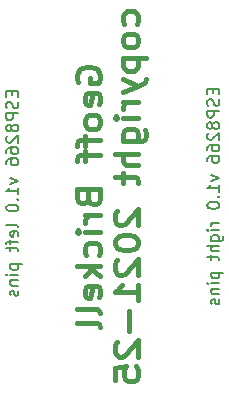
<source format=gbo>
G04 #@! TF.GenerationSoftware,KiCad,Pcbnew,8.0.8*
G04 #@! TF.CreationDate,2025-03-21T10:39:09+00:00*
G04 #@! TF.ProjectId,ESP8266adapt_PCB01,45535038-3236-4366-9164-6170745f5043,rev?*
G04 #@! TF.SameCoordinates,Original*
G04 #@! TF.FileFunction,Legend,Bot*
G04 #@! TF.FilePolarity,Positive*
%FSLAX46Y46*%
G04 Gerber Fmt 4.6, Leading zero omitted, Abs format (unit mm)*
G04 Created by KiCad (PCBNEW 8.0.8) date 2025-03-21 10:39:09*
%MOMM*%
%LPD*%
G01*
G04 APERTURE LIST*
%ADD10C,0.400000*%
%ADD11C,0.150000*%
%ADD12O,1.700000X1.700000*%
%ADD13R,1.700000X1.700000*%
G04 APERTURE END LIST*
D10*
X57841732Y-101815524D02*
X57746494Y-101606000D01*
X57746494Y-101606000D02*
X57746494Y-101291714D01*
X57746494Y-101291714D02*
X57841732Y-100977429D01*
X57841732Y-100977429D02*
X58032208Y-100767905D01*
X58032208Y-100767905D02*
X58222684Y-100663143D01*
X58222684Y-100663143D02*
X58603636Y-100558381D01*
X58603636Y-100558381D02*
X58889351Y-100558381D01*
X58889351Y-100558381D02*
X59270303Y-100663143D01*
X59270303Y-100663143D02*
X59460779Y-100767905D01*
X59460779Y-100767905D02*
X59651256Y-100977429D01*
X59651256Y-100977429D02*
X59746494Y-101291714D01*
X59746494Y-101291714D02*
X59746494Y-101501238D01*
X59746494Y-101501238D02*
X59651256Y-101815524D01*
X59651256Y-101815524D02*
X59556017Y-101920286D01*
X59556017Y-101920286D02*
X58889351Y-101920286D01*
X58889351Y-101920286D02*
X58889351Y-101501238D01*
X59651256Y-103701238D02*
X59746494Y-103491714D01*
X59746494Y-103491714D02*
X59746494Y-103072667D01*
X59746494Y-103072667D02*
X59651256Y-102863143D01*
X59651256Y-102863143D02*
X59460779Y-102758381D01*
X59460779Y-102758381D02*
X58698875Y-102758381D01*
X58698875Y-102758381D02*
X58508398Y-102863143D01*
X58508398Y-102863143D02*
X58413160Y-103072667D01*
X58413160Y-103072667D02*
X58413160Y-103491714D01*
X58413160Y-103491714D02*
X58508398Y-103701238D01*
X58508398Y-103701238D02*
X58698875Y-103806000D01*
X58698875Y-103806000D02*
X58889351Y-103806000D01*
X58889351Y-103806000D02*
X59079827Y-102758381D01*
X59746494Y-105063143D02*
X59651256Y-104853619D01*
X59651256Y-104853619D02*
X59556017Y-104748857D01*
X59556017Y-104748857D02*
X59365541Y-104644095D01*
X59365541Y-104644095D02*
X58794113Y-104644095D01*
X58794113Y-104644095D02*
X58603636Y-104748857D01*
X58603636Y-104748857D02*
X58508398Y-104853619D01*
X58508398Y-104853619D02*
X58413160Y-105063143D01*
X58413160Y-105063143D02*
X58413160Y-105377428D01*
X58413160Y-105377428D02*
X58508398Y-105586952D01*
X58508398Y-105586952D02*
X58603636Y-105691714D01*
X58603636Y-105691714D02*
X58794113Y-105796476D01*
X58794113Y-105796476D02*
X59365541Y-105796476D01*
X59365541Y-105796476D02*
X59556017Y-105691714D01*
X59556017Y-105691714D02*
X59651256Y-105586952D01*
X59651256Y-105586952D02*
X59746494Y-105377428D01*
X59746494Y-105377428D02*
X59746494Y-105063143D01*
X58413160Y-106425047D02*
X58413160Y-107263143D01*
X59746494Y-106739333D02*
X58032208Y-106739333D01*
X58032208Y-106739333D02*
X57841732Y-106844095D01*
X57841732Y-106844095D02*
X57746494Y-107053619D01*
X57746494Y-107053619D02*
X57746494Y-107263143D01*
X58413160Y-107682190D02*
X58413160Y-108520286D01*
X59746494Y-107996476D02*
X58032208Y-107996476D01*
X58032208Y-107996476D02*
X57841732Y-108101238D01*
X57841732Y-108101238D02*
X57746494Y-108310762D01*
X57746494Y-108310762D02*
X57746494Y-108520286D01*
X58698875Y-111663142D02*
X58794113Y-111977428D01*
X58794113Y-111977428D02*
X58889351Y-112082190D01*
X58889351Y-112082190D02*
X59079827Y-112186952D01*
X59079827Y-112186952D02*
X59365541Y-112186952D01*
X59365541Y-112186952D02*
X59556017Y-112082190D01*
X59556017Y-112082190D02*
X59651256Y-111977428D01*
X59651256Y-111977428D02*
X59746494Y-111767904D01*
X59746494Y-111767904D02*
X59746494Y-110929809D01*
X59746494Y-110929809D02*
X57746494Y-110929809D01*
X57746494Y-110929809D02*
X57746494Y-111663142D01*
X57746494Y-111663142D02*
X57841732Y-111872666D01*
X57841732Y-111872666D02*
X57936970Y-111977428D01*
X57936970Y-111977428D02*
X58127446Y-112082190D01*
X58127446Y-112082190D02*
X58317922Y-112082190D01*
X58317922Y-112082190D02*
X58508398Y-111977428D01*
X58508398Y-111977428D02*
X58603636Y-111872666D01*
X58603636Y-111872666D02*
X58698875Y-111663142D01*
X58698875Y-111663142D02*
X58698875Y-110929809D01*
X59746494Y-113129809D02*
X58413160Y-113129809D01*
X58794113Y-113129809D02*
X58603636Y-113234571D01*
X58603636Y-113234571D02*
X58508398Y-113339333D01*
X58508398Y-113339333D02*
X58413160Y-113548857D01*
X58413160Y-113548857D02*
X58413160Y-113758380D01*
X59746494Y-114491714D02*
X58413160Y-114491714D01*
X57746494Y-114491714D02*
X57841732Y-114386952D01*
X57841732Y-114386952D02*
X57936970Y-114491714D01*
X57936970Y-114491714D02*
X57841732Y-114596476D01*
X57841732Y-114596476D02*
X57746494Y-114491714D01*
X57746494Y-114491714D02*
X57936970Y-114491714D01*
X59651256Y-116482190D02*
X59746494Y-116272666D01*
X59746494Y-116272666D02*
X59746494Y-115853619D01*
X59746494Y-115853619D02*
X59651256Y-115644095D01*
X59651256Y-115644095D02*
X59556017Y-115539333D01*
X59556017Y-115539333D02*
X59365541Y-115434571D01*
X59365541Y-115434571D02*
X58794113Y-115434571D01*
X58794113Y-115434571D02*
X58603636Y-115539333D01*
X58603636Y-115539333D02*
X58508398Y-115644095D01*
X58508398Y-115644095D02*
X58413160Y-115853619D01*
X58413160Y-115853619D02*
X58413160Y-116272666D01*
X58413160Y-116272666D02*
X58508398Y-116482190D01*
X59746494Y-117425047D02*
X57746494Y-117425047D01*
X58984589Y-117634571D02*
X59746494Y-118263142D01*
X58413160Y-118263142D02*
X59175065Y-117425047D01*
X59651256Y-120044094D02*
X59746494Y-119834570D01*
X59746494Y-119834570D02*
X59746494Y-119415523D01*
X59746494Y-119415523D02*
X59651256Y-119205999D01*
X59651256Y-119205999D02*
X59460779Y-119101237D01*
X59460779Y-119101237D02*
X58698875Y-119101237D01*
X58698875Y-119101237D02*
X58508398Y-119205999D01*
X58508398Y-119205999D02*
X58413160Y-119415523D01*
X58413160Y-119415523D02*
X58413160Y-119834570D01*
X58413160Y-119834570D02*
X58508398Y-120044094D01*
X58508398Y-120044094D02*
X58698875Y-120148856D01*
X58698875Y-120148856D02*
X58889351Y-120148856D01*
X58889351Y-120148856D02*
X59079827Y-119101237D01*
X59746494Y-121405999D02*
X59651256Y-121196475D01*
X59651256Y-121196475D02*
X59460779Y-121091713D01*
X59460779Y-121091713D02*
X57746494Y-121091713D01*
X59746494Y-122558380D02*
X59651256Y-122348856D01*
X59651256Y-122348856D02*
X59460779Y-122244094D01*
X59460779Y-122244094D02*
X57746494Y-122244094D01*
X62871144Y-96891715D02*
X62966382Y-96682191D01*
X62966382Y-96682191D02*
X62966382Y-96263144D01*
X62966382Y-96263144D02*
X62871144Y-96053620D01*
X62871144Y-96053620D02*
X62775905Y-95948858D01*
X62775905Y-95948858D02*
X62585429Y-95844096D01*
X62585429Y-95844096D02*
X62014001Y-95844096D01*
X62014001Y-95844096D02*
X61823524Y-95948858D01*
X61823524Y-95948858D02*
X61728286Y-96053620D01*
X61728286Y-96053620D02*
X61633048Y-96263144D01*
X61633048Y-96263144D02*
X61633048Y-96682191D01*
X61633048Y-96682191D02*
X61728286Y-96891715D01*
X62966382Y-98148858D02*
X62871144Y-97939334D01*
X62871144Y-97939334D02*
X62775905Y-97834572D01*
X62775905Y-97834572D02*
X62585429Y-97729810D01*
X62585429Y-97729810D02*
X62014001Y-97729810D01*
X62014001Y-97729810D02*
X61823524Y-97834572D01*
X61823524Y-97834572D02*
X61728286Y-97939334D01*
X61728286Y-97939334D02*
X61633048Y-98148858D01*
X61633048Y-98148858D02*
X61633048Y-98463143D01*
X61633048Y-98463143D02*
X61728286Y-98672667D01*
X61728286Y-98672667D02*
X61823524Y-98777429D01*
X61823524Y-98777429D02*
X62014001Y-98882191D01*
X62014001Y-98882191D02*
X62585429Y-98882191D01*
X62585429Y-98882191D02*
X62775905Y-98777429D01*
X62775905Y-98777429D02*
X62871144Y-98672667D01*
X62871144Y-98672667D02*
X62966382Y-98463143D01*
X62966382Y-98463143D02*
X62966382Y-98148858D01*
X61633048Y-99825048D02*
X63633048Y-99825048D01*
X61728286Y-99825048D02*
X61633048Y-100034572D01*
X61633048Y-100034572D02*
X61633048Y-100453619D01*
X61633048Y-100453619D02*
X61728286Y-100663143D01*
X61728286Y-100663143D02*
X61823524Y-100767905D01*
X61823524Y-100767905D02*
X62014001Y-100872667D01*
X62014001Y-100872667D02*
X62585429Y-100872667D01*
X62585429Y-100872667D02*
X62775905Y-100767905D01*
X62775905Y-100767905D02*
X62871144Y-100663143D01*
X62871144Y-100663143D02*
X62966382Y-100453619D01*
X62966382Y-100453619D02*
X62966382Y-100034572D01*
X62966382Y-100034572D02*
X62871144Y-99825048D01*
X61633048Y-101606000D02*
X62966382Y-102129810D01*
X61633048Y-102653619D02*
X62966382Y-102129810D01*
X62966382Y-102129810D02*
X63442572Y-101920286D01*
X63442572Y-101920286D02*
X63537810Y-101815524D01*
X63537810Y-101815524D02*
X63633048Y-101606000D01*
X62966382Y-103491714D02*
X61633048Y-103491714D01*
X62014001Y-103491714D02*
X61823524Y-103596476D01*
X61823524Y-103596476D02*
X61728286Y-103701238D01*
X61728286Y-103701238D02*
X61633048Y-103910762D01*
X61633048Y-103910762D02*
X61633048Y-104120285D01*
X62966382Y-104853619D02*
X61633048Y-104853619D01*
X60966382Y-104853619D02*
X61061620Y-104748857D01*
X61061620Y-104748857D02*
X61156858Y-104853619D01*
X61156858Y-104853619D02*
X61061620Y-104958381D01*
X61061620Y-104958381D02*
X60966382Y-104853619D01*
X60966382Y-104853619D02*
X61156858Y-104853619D01*
X61633048Y-106844095D02*
X63252096Y-106844095D01*
X63252096Y-106844095D02*
X63442572Y-106739333D01*
X63442572Y-106739333D02*
X63537810Y-106634571D01*
X63537810Y-106634571D02*
X63633048Y-106425048D01*
X63633048Y-106425048D02*
X63633048Y-106110762D01*
X63633048Y-106110762D02*
X63537810Y-105901238D01*
X62871144Y-106844095D02*
X62966382Y-106634571D01*
X62966382Y-106634571D02*
X62966382Y-106215524D01*
X62966382Y-106215524D02*
X62871144Y-106006000D01*
X62871144Y-106006000D02*
X62775905Y-105901238D01*
X62775905Y-105901238D02*
X62585429Y-105796476D01*
X62585429Y-105796476D02*
X62014001Y-105796476D01*
X62014001Y-105796476D02*
X61823524Y-105901238D01*
X61823524Y-105901238D02*
X61728286Y-106006000D01*
X61728286Y-106006000D02*
X61633048Y-106215524D01*
X61633048Y-106215524D02*
X61633048Y-106634571D01*
X61633048Y-106634571D02*
X61728286Y-106844095D01*
X62966382Y-107891714D02*
X60966382Y-107891714D01*
X62966382Y-108834571D02*
X61918763Y-108834571D01*
X61918763Y-108834571D02*
X61728286Y-108729809D01*
X61728286Y-108729809D02*
X61633048Y-108520285D01*
X61633048Y-108520285D02*
X61633048Y-108206000D01*
X61633048Y-108206000D02*
X61728286Y-107996476D01*
X61728286Y-107996476D02*
X61823524Y-107891714D01*
X61633048Y-109567904D02*
X61633048Y-110406000D01*
X60966382Y-109882190D02*
X62680667Y-109882190D01*
X62680667Y-109882190D02*
X62871144Y-109986952D01*
X62871144Y-109986952D02*
X62966382Y-110196476D01*
X62966382Y-110196476D02*
X62966382Y-110406000D01*
X61156858Y-112710761D02*
X61061620Y-112815523D01*
X61061620Y-112815523D02*
X60966382Y-113025047D01*
X60966382Y-113025047D02*
X60966382Y-113548856D01*
X60966382Y-113548856D02*
X61061620Y-113758380D01*
X61061620Y-113758380D02*
X61156858Y-113863142D01*
X61156858Y-113863142D02*
X61347334Y-113967904D01*
X61347334Y-113967904D02*
X61537810Y-113967904D01*
X61537810Y-113967904D02*
X61823524Y-113863142D01*
X61823524Y-113863142D02*
X62966382Y-112605999D01*
X62966382Y-112605999D02*
X62966382Y-113967904D01*
X60966382Y-115329809D02*
X60966382Y-115539332D01*
X60966382Y-115539332D02*
X61061620Y-115748856D01*
X61061620Y-115748856D02*
X61156858Y-115853618D01*
X61156858Y-115853618D02*
X61347334Y-115958380D01*
X61347334Y-115958380D02*
X61728286Y-116063142D01*
X61728286Y-116063142D02*
X62204477Y-116063142D01*
X62204477Y-116063142D02*
X62585429Y-115958380D01*
X62585429Y-115958380D02*
X62775905Y-115853618D01*
X62775905Y-115853618D02*
X62871144Y-115748856D01*
X62871144Y-115748856D02*
X62966382Y-115539332D01*
X62966382Y-115539332D02*
X62966382Y-115329809D01*
X62966382Y-115329809D02*
X62871144Y-115120285D01*
X62871144Y-115120285D02*
X62775905Y-115015523D01*
X62775905Y-115015523D02*
X62585429Y-114910761D01*
X62585429Y-114910761D02*
X62204477Y-114805999D01*
X62204477Y-114805999D02*
X61728286Y-114805999D01*
X61728286Y-114805999D02*
X61347334Y-114910761D01*
X61347334Y-114910761D02*
X61156858Y-115015523D01*
X61156858Y-115015523D02*
X61061620Y-115120285D01*
X61061620Y-115120285D02*
X60966382Y-115329809D01*
X61156858Y-116901237D02*
X61061620Y-117005999D01*
X61061620Y-117005999D02*
X60966382Y-117215523D01*
X60966382Y-117215523D02*
X60966382Y-117739332D01*
X60966382Y-117739332D02*
X61061620Y-117948856D01*
X61061620Y-117948856D02*
X61156858Y-118053618D01*
X61156858Y-118053618D02*
X61347334Y-118158380D01*
X61347334Y-118158380D02*
X61537810Y-118158380D01*
X61537810Y-118158380D02*
X61823524Y-118053618D01*
X61823524Y-118053618D02*
X62966382Y-116796475D01*
X62966382Y-116796475D02*
X62966382Y-118158380D01*
X62966382Y-120253618D02*
X62966382Y-118996475D01*
X62966382Y-119625047D02*
X60966382Y-119625047D01*
X60966382Y-119625047D02*
X61252096Y-119415523D01*
X61252096Y-119415523D02*
X61442572Y-119205999D01*
X61442572Y-119205999D02*
X61537810Y-118996475D01*
X62204477Y-121196475D02*
X62204477Y-122872666D01*
X61156858Y-123815523D02*
X61061620Y-123920285D01*
X61061620Y-123920285D02*
X60966382Y-124129809D01*
X60966382Y-124129809D02*
X60966382Y-124653618D01*
X60966382Y-124653618D02*
X61061620Y-124863142D01*
X61061620Y-124863142D02*
X61156858Y-124967904D01*
X61156858Y-124967904D02*
X61347334Y-125072666D01*
X61347334Y-125072666D02*
X61537810Y-125072666D01*
X61537810Y-125072666D02*
X61823524Y-124967904D01*
X61823524Y-124967904D02*
X62966382Y-123710761D01*
X62966382Y-123710761D02*
X62966382Y-125072666D01*
X60966382Y-127063142D02*
X60966382Y-126015523D01*
X60966382Y-126015523D02*
X61918763Y-125910761D01*
X61918763Y-125910761D02*
X61823524Y-126015523D01*
X61823524Y-126015523D02*
X61728286Y-126225047D01*
X61728286Y-126225047D02*
X61728286Y-126748856D01*
X61728286Y-126748856D02*
X61823524Y-126958380D01*
X61823524Y-126958380D02*
X61918763Y-127063142D01*
X61918763Y-127063142D02*
X62109239Y-127167904D01*
X62109239Y-127167904D02*
X62585429Y-127167904D01*
X62585429Y-127167904D02*
X62775905Y-127063142D01*
X62775905Y-127063142D02*
X62871144Y-126958380D01*
X62871144Y-126958380D02*
X62966382Y-126748856D01*
X62966382Y-126748856D02*
X62966382Y-126225047D01*
X62966382Y-126225047D02*
X62871144Y-126015523D01*
X62871144Y-126015523D02*
X62775905Y-125910761D01*
D11*
X69273009Y-102410761D02*
X69273009Y-102744094D01*
X69796819Y-102886951D02*
X69796819Y-102410761D01*
X69796819Y-102410761D02*
X68796819Y-102410761D01*
X68796819Y-102410761D02*
X68796819Y-102886951D01*
X69749200Y-103267904D02*
X69796819Y-103410761D01*
X69796819Y-103410761D02*
X69796819Y-103648856D01*
X69796819Y-103648856D02*
X69749200Y-103744094D01*
X69749200Y-103744094D02*
X69701580Y-103791713D01*
X69701580Y-103791713D02*
X69606342Y-103839332D01*
X69606342Y-103839332D02*
X69511104Y-103839332D01*
X69511104Y-103839332D02*
X69415866Y-103791713D01*
X69415866Y-103791713D02*
X69368247Y-103744094D01*
X69368247Y-103744094D02*
X69320628Y-103648856D01*
X69320628Y-103648856D02*
X69273009Y-103458380D01*
X69273009Y-103458380D02*
X69225390Y-103363142D01*
X69225390Y-103363142D02*
X69177771Y-103315523D01*
X69177771Y-103315523D02*
X69082533Y-103267904D01*
X69082533Y-103267904D02*
X68987295Y-103267904D01*
X68987295Y-103267904D02*
X68892057Y-103315523D01*
X68892057Y-103315523D02*
X68844438Y-103363142D01*
X68844438Y-103363142D02*
X68796819Y-103458380D01*
X68796819Y-103458380D02*
X68796819Y-103696475D01*
X68796819Y-103696475D02*
X68844438Y-103839332D01*
X69796819Y-104267904D02*
X68796819Y-104267904D01*
X68796819Y-104267904D02*
X68796819Y-104648856D01*
X68796819Y-104648856D02*
X68844438Y-104744094D01*
X68844438Y-104744094D02*
X68892057Y-104791713D01*
X68892057Y-104791713D02*
X68987295Y-104839332D01*
X68987295Y-104839332D02*
X69130152Y-104839332D01*
X69130152Y-104839332D02*
X69225390Y-104791713D01*
X69225390Y-104791713D02*
X69273009Y-104744094D01*
X69273009Y-104744094D02*
X69320628Y-104648856D01*
X69320628Y-104648856D02*
X69320628Y-104267904D01*
X69225390Y-105410761D02*
X69177771Y-105315523D01*
X69177771Y-105315523D02*
X69130152Y-105267904D01*
X69130152Y-105267904D02*
X69034914Y-105220285D01*
X69034914Y-105220285D02*
X68987295Y-105220285D01*
X68987295Y-105220285D02*
X68892057Y-105267904D01*
X68892057Y-105267904D02*
X68844438Y-105315523D01*
X68844438Y-105315523D02*
X68796819Y-105410761D01*
X68796819Y-105410761D02*
X68796819Y-105601237D01*
X68796819Y-105601237D02*
X68844438Y-105696475D01*
X68844438Y-105696475D02*
X68892057Y-105744094D01*
X68892057Y-105744094D02*
X68987295Y-105791713D01*
X68987295Y-105791713D02*
X69034914Y-105791713D01*
X69034914Y-105791713D02*
X69130152Y-105744094D01*
X69130152Y-105744094D02*
X69177771Y-105696475D01*
X69177771Y-105696475D02*
X69225390Y-105601237D01*
X69225390Y-105601237D02*
X69225390Y-105410761D01*
X69225390Y-105410761D02*
X69273009Y-105315523D01*
X69273009Y-105315523D02*
X69320628Y-105267904D01*
X69320628Y-105267904D02*
X69415866Y-105220285D01*
X69415866Y-105220285D02*
X69606342Y-105220285D01*
X69606342Y-105220285D02*
X69701580Y-105267904D01*
X69701580Y-105267904D02*
X69749200Y-105315523D01*
X69749200Y-105315523D02*
X69796819Y-105410761D01*
X69796819Y-105410761D02*
X69796819Y-105601237D01*
X69796819Y-105601237D02*
X69749200Y-105696475D01*
X69749200Y-105696475D02*
X69701580Y-105744094D01*
X69701580Y-105744094D02*
X69606342Y-105791713D01*
X69606342Y-105791713D02*
X69415866Y-105791713D01*
X69415866Y-105791713D02*
X69320628Y-105744094D01*
X69320628Y-105744094D02*
X69273009Y-105696475D01*
X69273009Y-105696475D02*
X69225390Y-105601237D01*
X68892057Y-106172666D02*
X68844438Y-106220285D01*
X68844438Y-106220285D02*
X68796819Y-106315523D01*
X68796819Y-106315523D02*
X68796819Y-106553618D01*
X68796819Y-106553618D02*
X68844438Y-106648856D01*
X68844438Y-106648856D02*
X68892057Y-106696475D01*
X68892057Y-106696475D02*
X68987295Y-106744094D01*
X68987295Y-106744094D02*
X69082533Y-106744094D01*
X69082533Y-106744094D02*
X69225390Y-106696475D01*
X69225390Y-106696475D02*
X69796819Y-106125047D01*
X69796819Y-106125047D02*
X69796819Y-106744094D01*
X68796819Y-107601237D02*
X68796819Y-107410761D01*
X68796819Y-107410761D02*
X68844438Y-107315523D01*
X68844438Y-107315523D02*
X68892057Y-107267904D01*
X68892057Y-107267904D02*
X69034914Y-107172666D01*
X69034914Y-107172666D02*
X69225390Y-107125047D01*
X69225390Y-107125047D02*
X69606342Y-107125047D01*
X69606342Y-107125047D02*
X69701580Y-107172666D01*
X69701580Y-107172666D02*
X69749200Y-107220285D01*
X69749200Y-107220285D02*
X69796819Y-107315523D01*
X69796819Y-107315523D02*
X69796819Y-107505999D01*
X69796819Y-107505999D02*
X69749200Y-107601237D01*
X69749200Y-107601237D02*
X69701580Y-107648856D01*
X69701580Y-107648856D02*
X69606342Y-107696475D01*
X69606342Y-107696475D02*
X69368247Y-107696475D01*
X69368247Y-107696475D02*
X69273009Y-107648856D01*
X69273009Y-107648856D02*
X69225390Y-107601237D01*
X69225390Y-107601237D02*
X69177771Y-107505999D01*
X69177771Y-107505999D02*
X69177771Y-107315523D01*
X69177771Y-107315523D02*
X69225390Y-107220285D01*
X69225390Y-107220285D02*
X69273009Y-107172666D01*
X69273009Y-107172666D02*
X69368247Y-107125047D01*
X68796819Y-108553618D02*
X68796819Y-108363142D01*
X68796819Y-108363142D02*
X68844438Y-108267904D01*
X68844438Y-108267904D02*
X68892057Y-108220285D01*
X68892057Y-108220285D02*
X69034914Y-108125047D01*
X69034914Y-108125047D02*
X69225390Y-108077428D01*
X69225390Y-108077428D02*
X69606342Y-108077428D01*
X69606342Y-108077428D02*
X69701580Y-108125047D01*
X69701580Y-108125047D02*
X69749200Y-108172666D01*
X69749200Y-108172666D02*
X69796819Y-108267904D01*
X69796819Y-108267904D02*
X69796819Y-108458380D01*
X69796819Y-108458380D02*
X69749200Y-108553618D01*
X69749200Y-108553618D02*
X69701580Y-108601237D01*
X69701580Y-108601237D02*
X69606342Y-108648856D01*
X69606342Y-108648856D02*
X69368247Y-108648856D01*
X69368247Y-108648856D02*
X69273009Y-108601237D01*
X69273009Y-108601237D02*
X69225390Y-108553618D01*
X69225390Y-108553618D02*
X69177771Y-108458380D01*
X69177771Y-108458380D02*
X69177771Y-108267904D01*
X69177771Y-108267904D02*
X69225390Y-108172666D01*
X69225390Y-108172666D02*
X69273009Y-108125047D01*
X69273009Y-108125047D02*
X69368247Y-108077428D01*
X69130152Y-109744095D02*
X69796819Y-109982190D01*
X69796819Y-109982190D02*
X69130152Y-110220285D01*
X69796819Y-111125047D02*
X69796819Y-110553619D01*
X69796819Y-110839333D02*
X68796819Y-110839333D01*
X68796819Y-110839333D02*
X68939676Y-110744095D01*
X68939676Y-110744095D02*
X69034914Y-110648857D01*
X69034914Y-110648857D02*
X69082533Y-110553619D01*
X69701580Y-111553619D02*
X69749200Y-111601238D01*
X69749200Y-111601238D02*
X69796819Y-111553619D01*
X69796819Y-111553619D02*
X69749200Y-111506000D01*
X69749200Y-111506000D02*
X69701580Y-111553619D01*
X69701580Y-111553619D02*
X69796819Y-111553619D01*
X68796819Y-112220285D02*
X68796819Y-112315523D01*
X68796819Y-112315523D02*
X68844438Y-112410761D01*
X68844438Y-112410761D02*
X68892057Y-112458380D01*
X68892057Y-112458380D02*
X68987295Y-112505999D01*
X68987295Y-112505999D02*
X69177771Y-112553618D01*
X69177771Y-112553618D02*
X69415866Y-112553618D01*
X69415866Y-112553618D02*
X69606342Y-112505999D01*
X69606342Y-112505999D02*
X69701580Y-112458380D01*
X69701580Y-112458380D02*
X69749200Y-112410761D01*
X69749200Y-112410761D02*
X69796819Y-112315523D01*
X69796819Y-112315523D02*
X69796819Y-112220285D01*
X69796819Y-112220285D02*
X69749200Y-112125047D01*
X69749200Y-112125047D02*
X69701580Y-112077428D01*
X69701580Y-112077428D02*
X69606342Y-112029809D01*
X69606342Y-112029809D02*
X69415866Y-111982190D01*
X69415866Y-111982190D02*
X69177771Y-111982190D01*
X69177771Y-111982190D02*
X68987295Y-112029809D01*
X68987295Y-112029809D02*
X68892057Y-112077428D01*
X68892057Y-112077428D02*
X68844438Y-112125047D01*
X68844438Y-112125047D02*
X68796819Y-112220285D01*
X69796819Y-113744095D02*
X69130152Y-113744095D01*
X69320628Y-113744095D02*
X69225390Y-113791714D01*
X69225390Y-113791714D02*
X69177771Y-113839333D01*
X69177771Y-113839333D02*
X69130152Y-113934571D01*
X69130152Y-113934571D02*
X69130152Y-114029809D01*
X69796819Y-114363143D02*
X69130152Y-114363143D01*
X68796819Y-114363143D02*
X68844438Y-114315524D01*
X68844438Y-114315524D02*
X68892057Y-114363143D01*
X68892057Y-114363143D02*
X68844438Y-114410762D01*
X68844438Y-114410762D02*
X68796819Y-114363143D01*
X68796819Y-114363143D02*
X68892057Y-114363143D01*
X69130152Y-115267904D02*
X69939676Y-115267904D01*
X69939676Y-115267904D02*
X70034914Y-115220285D01*
X70034914Y-115220285D02*
X70082533Y-115172666D01*
X70082533Y-115172666D02*
X70130152Y-115077428D01*
X70130152Y-115077428D02*
X70130152Y-114934571D01*
X70130152Y-114934571D02*
X70082533Y-114839333D01*
X69749200Y-115267904D02*
X69796819Y-115172666D01*
X69796819Y-115172666D02*
X69796819Y-114982190D01*
X69796819Y-114982190D02*
X69749200Y-114886952D01*
X69749200Y-114886952D02*
X69701580Y-114839333D01*
X69701580Y-114839333D02*
X69606342Y-114791714D01*
X69606342Y-114791714D02*
X69320628Y-114791714D01*
X69320628Y-114791714D02*
X69225390Y-114839333D01*
X69225390Y-114839333D02*
X69177771Y-114886952D01*
X69177771Y-114886952D02*
X69130152Y-114982190D01*
X69130152Y-114982190D02*
X69130152Y-115172666D01*
X69130152Y-115172666D02*
X69177771Y-115267904D01*
X69796819Y-115744095D02*
X68796819Y-115744095D01*
X69796819Y-116172666D02*
X69273009Y-116172666D01*
X69273009Y-116172666D02*
X69177771Y-116125047D01*
X69177771Y-116125047D02*
X69130152Y-116029809D01*
X69130152Y-116029809D02*
X69130152Y-115886952D01*
X69130152Y-115886952D02*
X69177771Y-115791714D01*
X69177771Y-115791714D02*
X69225390Y-115744095D01*
X69130152Y-116506000D02*
X69130152Y-116886952D01*
X68796819Y-116648857D02*
X69653961Y-116648857D01*
X69653961Y-116648857D02*
X69749200Y-116696476D01*
X69749200Y-116696476D02*
X69796819Y-116791714D01*
X69796819Y-116791714D02*
X69796819Y-116886952D01*
X69130152Y-117982191D02*
X70130152Y-117982191D01*
X69177771Y-117982191D02*
X69130152Y-118077429D01*
X69130152Y-118077429D02*
X69130152Y-118267905D01*
X69130152Y-118267905D02*
X69177771Y-118363143D01*
X69177771Y-118363143D02*
X69225390Y-118410762D01*
X69225390Y-118410762D02*
X69320628Y-118458381D01*
X69320628Y-118458381D02*
X69606342Y-118458381D01*
X69606342Y-118458381D02*
X69701580Y-118410762D01*
X69701580Y-118410762D02*
X69749200Y-118363143D01*
X69749200Y-118363143D02*
X69796819Y-118267905D01*
X69796819Y-118267905D02*
X69796819Y-118077429D01*
X69796819Y-118077429D02*
X69749200Y-117982191D01*
X69796819Y-118886953D02*
X69130152Y-118886953D01*
X68796819Y-118886953D02*
X68844438Y-118839334D01*
X68844438Y-118839334D02*
X68892057Y-118886953D01*
X68892057Y-118886953D02*
X68844438Y-118934572D01*
X68844438Y-118934572D02*
X68796819Y-118886953D01*
X68796819Y-118886953D02*
X68892057Y-118886953D01*
X69130152Y-119363143D02*
X69796819Y-119363143D01*
X69225390Y-119363143D02*
X69177771Y-119410762D01*
X69177771Y-119410762D02*
X69130152Y-119506000D01*
X69130152Y-119506000D02*
X69130152Y-119648857D01*
X69130152Y-119648857D02*
X69177771Y-119744095D01*
X69177771Y-119744095D02*
X69273009Y-119791714D01*
X69273009Y-119791714D02*
X69796819Y-119791714D01*
X69749200Y-120220286D02*
X69796819Y-120315524D01*
X69796819Y-120315524D02*
X69796819Y-120506000D01*
X69796819Y-120506000D02*
X69749200Y-120601238D01*
X69749200Y-120601238D02*
X69653961Y-120648857D01*
X69653961Y-120648857D02*
X69606342Y-120648857D01*
X69606342Y-120648857D02*
X69511104Y-120601238D01*
X69511104Y-120601238D02*
X69463485Y-120506000D01*
X69463485Y-120506000D02*
X69463485Y-120363143D01*
X69463485Y-120363143D02*
X69415866Y-120267905D01*
X69415866Y-120267905D02*
X69320628Y-120220286D01*
X69320628Y-120220286D02*
X69273009Y-120220286D01*
X69273009Y-120220286D02*
X69177771Y-120267905D01*
X69177771Y-120267905D02*
X69130152Y-120363143D01*
X69130152Y-120363143D02*
X69130152Y-120506000D01*
X69130152Y-120506000D02*
X69177771Y-120601238D01*
X52255009Y-102632951D02*
X52255009Y-102966284D01*
X52778819Y-103109141D02*
X52778819Y-102632951D01*
X52778819Y-102632951D02*
X51778819Y-102632951D01*
X51778819Y-102632951D02*
X51778819Y-103109141D01*
X52731200Y-103490094D02*
X52778819Y-103632951D01*
X52778819Y-103632951D02*
X52778819Y-103871046D01*
X52778819Y-103871046D02*
X52731200Y-103966284D01*
X52731200Y-103966284D02*
X52683580Y-104013903D01*
X52683580Y-104013903D02*
X52588342Y-104061522D01*
X52588342Y-104061522D02*
X52493104Y-104061522D01*
X52493104Y-104061522D02*
X52397866Y-104013903D01*
X52397866Y-104013903D02*
X52350247Y-103966284D01*
X52350247Y-103966284D02*
X52302628Y-103871046D01*
X52302628Y-103871046D02*
X52255009Y-103680570D01*
X52255009Y-103680570D02*
X52207390Y-103585332D01*
X52207390Y-103585332D02*
X52159771Y-103537713D01*
X52159771Y-103537713D02*
X52064533Y-103490094D01*
X52064533Y-103490094D02*
X51969295Y-103490094D01*
X51969295Y-103490094D02*
X51874057Y-103537713D01*
X51874057Y-103537713D02*
X51826438Y-103585332D01*
X51826438Y-103585332D02*
X51778819Y-103680570D01*
X51778819Y-103680570D02*
X51778819Y-103918665D01*
X51778819Y-103918665D02*
X51826438Y-104061522D01*
X52778819Y-104490094D02*
X51778819Y-104490094D01*
X51778819Y-104490094D02*
X51778819Y-104871046D01*
X51778819Y-104871046D02*
X51826438Y-104966284D01*
X51826438Y-104966284D02*
X51874057Y-105013903D01*
X51874057Y-105013903D02*
X51969295Y-105061522D01*
X51969295Y-105061522D02*
X52112152Y-105061522D01*
X52112152Y-105061522D02*
X52207390Y-105013903D01*
X52207390Y-105013903D02*
X52255009Y-104966284D01*
X52255009Y-104966284D02*
X52302628Y-104871046D01*
X52302628Y-104871046D02*
X52302628Y-104490094D01*
X52207390Y-105632951D02*
X52159771Y-105537713D01*
X52159771Y-105537713D02*
X52112152Y-105490094D01*
X52112152Y-105490094D02*
X52016914Y-105442475D01*
X52016914Y-105442475D02*
X51969295Y-105442475D01*
X51969295Y-105442475D02*
X51874057Y-105490094D01*
X51874057Y-105490094D02*
X51826438Y-105537713D01*
X51826438Y-105537713D02*
X51778819Y-105632951D01*
X51778819Y-105632951D02*
X51778819Y-105823427D01*
X51778819Y-105823427D02*
X51826438Y-105918665D01*
X51826438Y-105918665D02*
X51874057Y-105966284D01*
X51874057Y-105966284D02*
X51969295Y-106013903D01*
X51969295Y-106013903D02*
X52016914Y-106013903D01*
X52016914Y-106013903D02*
X52112152Y-105966284D01*
X52112152Y-105966284D02*
X52159771Y-105918665D01*
X52159771Y-105918665D02*
X52207390Y-105823427D01*
X52207390Y-105823427D02*
X52207390Y-105632951D01*
X52207390Y-105632951D02*
X52255009Y-105537713D01*
X52255009Y-105537713D02*
X52302628Y-105490094D01*
X52302628Y-105490094D02*
X52397866Y-105442475D01*
X52397866Y-105442475D02*
X52588342Y-105442475D01*
X52588342Y-105442475D02*
X52683580Y-105490094D01*
X52683580Y-105490094D02*
X52731200Y-105537713D01*
X52731200Y-105537713D02*
X52778819Y-105632951D01*
X52778819Y-105632951D02*
X52778819Y-105823427D01*
X52778819Y-105823427D02*
X52731200Y-105918665D01*
X52731200Y-105918665D02*
X52683580Y-105966284D01*
X52683580Y-105966284D02*
X52588342Y-106013903D01*
X52588342Y-106013903D02*
X52397866Y-106013903D01*
X52397866Y-106013903D02*
X52302628Y-105966284D01*
X52302628Y-105966284D02*
X52255009Y-105918665D01*
X52255009Y-105918665D02*
X52207390Y-105823427D01*
X51874057Y-106394856D02*
X51826438Y-106442475D01*
X51826438Y-106442475D02*
X51778819Y-106537713D01*
X51778819Y-106537713D02*
X51778819Y-106775808D01*
X51778819Y-106775808D02*
X51826438Y-106871046D01*
X51826438Y-106871046D02*
X51874057Y-106918665D01*
X51874057Y-106918665D02*
X51969295Y-106966284D01*
X51969295Y-106966284D02*
X52064533Y-106966284D01*
X52064533Y-106966284D02*
X52207390Y-106918665D01*
X52207390Y-106918665D02*
X52778819Y-106347237D01*
X52778819Y-106347237D02*
X52778819Y-106966284D01*
X51778819Y-107823427D02*
X51778819Y-107632951D01*
X51778819Y-107632951D02*
X51826438Y-107537713D01*
X51826438Y-107537713D02*
X51874057Y-107490094D01*
X51874057Y-107490094D02*
X52016914Y-107394856D01*
X52016914Y-107394856D02*
X52207390Y-107347237D01*
X52207390Y-107347237D02*
X52588342Y-107347237D01*
X52588342Y-107347237D02*
X52683580Y-107394856D01*
X52683580Y-107394856D02*
X52731200Y-107442475D01*
X52731200Y-107442475D02*
X52778819Y-107537713D01*
X52778819Y-107537713D02*
X52778819Y-107728189D01*
X52778819Y-107728189D02*
X52731200Y-107823427D01*
X52731200Y-107823427D02*
X52683580Y-107871046D01*
X52683580Y-107871046D02*
X52588342Y-107918665D01*
X52588342Y-107918665D02*
X52350247Y-107918665D01*
X52350247Y-107918665D02*
X52255009Y-107871046D01*
X52255009Y-107871046D02*
X52207390Y-107823427D01*
X52207390Y-107823427D02*
X52159771Y-107728189D01*
X52159771Y-107728189D02*
X52159771Y-107537713D01*
X52159771Y-107537713D02*
X52207390Y-107442475D01*
X52207390Y-107442475D02*
X52255009Y-107394856D01*
X52255009Y-107394856D02*
X52350247Y-107347237D01*
X51778819Y-108775808D02*
X51778819Y-108585332D01*
X51778819Y-108585332D02*
X51826438Y-108490094D01*
X51826438Y-108490094D02*
X51874057Y-108442475D01*
X51874057Y-108442475D02*
X52016914Y-108347237D01*
X52016914Y-108347237D02*
X52207390Y-108299618D01*
X52207390Y-108299618D02*
X52588342Y-108299618D01*
X52588342Y-108299618D02*
X52683580Y-108347237D01*
X52683580Y-108347237D02*
X52731200Y-108394856D01*
X52731200Y-108394856D02*
X52778819Y-108490094D01*
X52778819Y-108490094D02*
X52778819Y-108680570D01*
X52778819Y-108680570D02*
X52731200Y-108775808D01*
X52731200Y-108775808D02*
X52683580Y-108823427D01*
X52683580Y-108823427D02*
X52588342Y-108871046D01*
X52588342Y-108871046D02*
X52350247Y-108871046D01*
X52350247Y-108871046D02*
X52255009Y-108823427D01*
X52255009Y-108823427D02*
X52207390Y-108775808D01*
X52207390Y-108775808D02*
X52159771Y-108680570D01*
X52159771Y-108680570D02*
X52159771Y-108490094D01*
X52159771Y-108490094D02*
X52207390Y-108394856D01*
X52207390Y-108394856D02*
X52255009Y-108347237D01*
X52255009Y-108347237D02*
X52350247Y-108299618D01*
X52112152Y-109966285D02*
X52778819Y-110204380D01*
X52778819Y-110204380D02*
X52112152Y-110442475D01*
X52778819Y-111347237D02*
X52778819Y-110775809D01*
X52778819Y-111061523D02*
X51778819Y-111061523D01*
X51778819Y-111061523D02*
X51921676Y-110966285D01*
X51921676Y-110966285D02*
X52016914Y-110871047D01*
X52016914Y-110871047D02*
X52064533Y-110775809D01*
X52683580Y-111775809D02*
X52731200Y-111823428D01*
X52731200Y-111823428D02*
X52778819Y-111775809D01*
X52778819Y-111775809D02*
X52731200Y-111728190D01*
X52731200Y-111728190D02*
X52683580Y-111775809D01*
X52683580Y-111775809D02*
X52778819Y-111775809D01*
X51778819Y-112442475D02*
X51778819Y-112537713D01*
X51778819Y-112537713D02*
X51826438Y-112632951D01*
X51826438Y-112632951D02*
X51874057Y-112680570D01*
X51874057Y-112680570D02*
X51969295Y-112728189D01*
X51969295Y-112728189D02*
X52159771Y-112775808D01*
X52159771Y-112775808D02*
X52397866Y-112775808D01*
X52397866Y-112775808D02*
X52588342Y-112728189D01*
X52588342Y-112728189D02*
X52683580Y-112680570D01*
X52683580Y-112680570D02*
X52731200Y-112632951D01*
X52731200Y-112632951D02*
X52778819Y-112537713D01*
X52778819Y-112537713D02*
X52778819Y-112442475D01*
X52778819Y-112442475D02*
X52731200Y-112347237D01*
X52731200Y-112347237D02*
X52683580Y-112299618D01*
X52683580Y-112299618D02*
X52588342Y-112251999D01*
X52588342Y-112251999D02*
X52397866Y-112204380D01*
X52397866Y-112204380D02*
X52159771Y-112204380D01*
X52159771Y-112204380D02*
X51969295Y-112251999D01*
X51969295Y-112251999D02*
X51874057Y-112299618D01*
X51874057Y-112299618D02*
X51826438Y-112347237D01*
X51826438Y-112347237D02*
X51778819Y-112442475D01*
X52778819Y-114109142D02*
X52731200Y-114013904D01*
X52731200Y-114013904D02*
X52635961Y-113966285D01*
X52635961Y-113966285D02*
X51778819Y-113966285D01*
X52731200Y-114871047D02*
X52778819Y-114775809D01*
X52778819Y-114775809D02*
X52778819Y-114585333D01*
X52778819Y-114585333D02*
X52731200Y-114490095D01*
X52731200Y-114490095D02*
X52635961Y-114442476D01*
X52635961Y-114442476D02*
X52255009Y-114442476D01*
X52255009Y-114442476D02*
X52159771Y-114490095D01*
X52159771Y-114490095D02*
X52112152Y-114585333D01*
X52112152Y-114585333D02*
X52112152Y-114775809D01*
X52112152Y-114775809D02*
X52159771Y-114871047D01*
X52159771Y-114871047D02*
X52255009Y-114918666D01*
X52255009Y-114918666D02*
X52350247Y-114918666D01*
X52350247Y-114918666D02*
X52445485Y-114442476D01*
X52112152Y-115204381D02*
X52112152Y-115585333D01*
X52778819Y-115347238D02*
X51921676Y-115347238D01*
X51921676Y-115347238D02*
X51826438Y-115394857D01*
X51826438Y-115394857D02*
X51778819Y-115490095D01*
X51778819Y-115490095D02*
X51778819Y-115585333D01*
X52112152Y-115775810D02*
X52112152Y-116156762D01*
X51778819Y-115918667D02*
X52635961Y-115918667D01*
X52635961Y-115918667D02*
X52731200Y-115966286D01*
X52731200Y-115966286D02*
X52778819Y-116061524D01*
X52778819Y-116061524D02*
X52778819Y-116156762D01*
X52112152Y-117252001D02*
X53112152Y-117252001D01*
X52159771Y-117252001D02*
X52112152Y-117347239D01*
X52112152Y-117347239D02*
X52112152Y-117537715D01*
X52112152Y-117537715D02*
X52159771Y-117632953D01*
X52159771Y-117632953D02*
X52207390Y-117680572D01*
X52207390Y-117680572D02*
X52302628Y-117728191D01*
X52302628Y-117728191D02*
X52588342Y-117728191D01*
X52588342Y-117728191D02*
X52683580Y-117680572D01*
X52683580Y-117680572D02*
X52731200Y-117632953D01*
X52731200Y-117632953D02*
X52778819Y-117537715D01*
X52778819Y-117537715D02*
X52778819Y-117347239D01*
X52778819Y-117347239D02*
X52731200Y-117252001D01*
X52778819Y-118156763D02*
X52112152Y-118156763D01*
X51778819Y-118156763D02*
X51826438Y-118109144D01*
X51826438Y-118109144D02*
X51874057Y-118156763D01*
X51874057Y-118156763D02*
X51826438Y-118204382D01*
X51826438Y-118204382D02*
X51778819Y-118156763D01*
X51778819Y-118156763D02*
X51874057Y-118156763D01*
X52112152Y-118632953D02*
X52778819Y-118632953D01*
X52207390Y-118632953D02*
X52159771Y-118680572D01*
X52159771Y-118680572D02*
X52112152Y-118775810D01*
X52112152Y-118775810D02*
X52112152Y-118918667D01*
X52112152Y-118918667D02*
X52159771Y-119013905D01*
X52159771Y-119013905D02*
X52255009Y-119061524D01*
X52255009Y-119061524D02*
X52778819Y-119061524D01*
X52731200Y-119490096D02*
X52778819Y-119585334D01*
X52778819Y-119585334D02*
X52778819Y-119775810D01*
X52778819Y-119775810D02*
X52731200Y-119871048D01*
X52731200Y-119871048D02*
X52635961Y-119918667D01*
X52635961Y-119918667D02*
X52588342Y-119918667D01*
X52588342Y-119918667D02*
X52493104Y-119871048D01*
X52493104Y-119871048D02*
X52445485Y-119775810D01*
X52445485Y-119775810D02*
X52445485Y-119632953D01*
X52445485Y-119632953D02*
X52397866Y-119537715D01*
X52397866Y-119537715D02*
X52302628Y-119490096D01*
X52302628Y-119490096D02*
X52255009Y-119490096D01*
X52255009Y-119490096D02*
X52159771Y-119537715D01*
X52159771Y-119537715D02*
X52112152Y-119632953D01*
X52112152Y-119632953D02*
X52112152Y-119775810D01*
X52112152Y-119775810D02*
X52159771Y-119871048D01*
%LPC*%
D12*
X72390000Y-129192000D03*
X72390000Y-126652000D03*
X72390000Y-124112000D03*
X72390000Y-121572000D03*
X72390000Y-119032000D03*
X72390000Y-116492000D03*
X72390000Y-113952000D03*
X72390000Y-111412000D03*
X72390000Y-108872000D03*
X72390000Y-106332000D03*
X72390000Y-103792000D03*
X72390000Y-101252000D03*
X72390000Y-98712000D03*
X72390000Y-96172000D03*
D13*
X72390000Y-93632000D03*
X49500000Y-93632000D03*
D12*
X49500000Y-96172000D03*
X49500000Y-98712000D03*
X49500000Y-101252000D03*
X49500000Y-103792000D03*
X49500000Y-106332000D03*
X49500000Y-108872000D03*
X49500000Y-111412000D03*
X49500000Y-113952000D03*
X49500000Y-116492000D03*
X49500000Y-119032000D03*
X49500000Y-121572000D03*
X49500000Y-124112000D03*
X49500000Y-126652000D03*
X49500000Y-129192000D03*
D13*
X46800000Y-93632000D03*
D12*
X46800000Y-96172000D03*
X46800000Y-98712000D03*
X46800000Y-101252000D03*
X46800000Y-103792000D03*
X46800000Y-106332000D03*
X46800000Y-108872000D03*
X46800000Y-111412000D03*
X46800000Y-113952000D03*
X46800000Y-116492000D03*
X46800000Y-119032000D03*
X46800000Y-121572000D03*
X46800000Y-124112000D03*
X46800000Y-126652000D03*
X46800000Y-129192000D03*
X75000000Y-129192000D03*
X75000000Y-126652000D03*
X75000000Y-124112000D03*
X75000000Y-121572000D03*
X75000000Y-119032000D03*
X75000000Y-116492000D03*
X75000000Y-113952000D03*
X75000000Y-111412000D03*
X75000000Y-108872000D03*
X75000000Y-106332000D03*
X75000000Y-103792000D03*
X75000000Y-101252000D03*
X75000000Y-98712000D03*
X75000000Y-96172000D03*
D13*
X75000000Y-93632000D03*
%LPD*%
M02*

</source>
